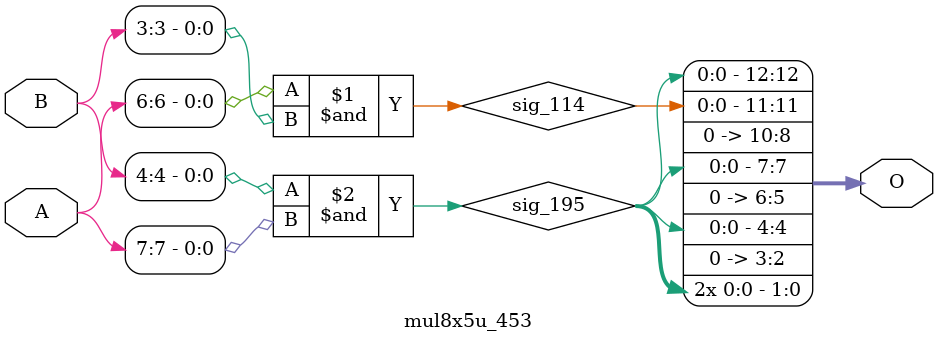
<source format=v>

/***
* This code is a part of EvoApproxLib library (ehw.fit.vutbr.cz/approxlib) distributed under The MIT License.
* When used, please cite the following article(s): V. Mrazek, L. Sekanina, Z. Vasicek "Libraries of Approximate Circuits: Automated Design and Application in CNN Accelerators" IEEE Journal on Emerging and Selected Topics in Circuits and Systems, Vol 10, No 4, 2020 
* This file contains a circuit from a sub-set of pareto optimal circuits with respect to the pwr and mse parameters
***/
// MAE% = 9.40 %
// MAE = 770 
// WCE% = 35.66 %
// WCE = 2921 
// WCRE% = 300.00 %
// EP% = 96.48 %
// MRE% = 68.94 %
// MSE = 972416 
// PDK45_PWR = 0.0006 mW
// PDK45_AREA = 4.7 um2
// PDK45_DELAY = 0.04 ns

module mul8x5u_453 (
    A,
    B,
    O
);

input [7:0] A;
input [4:0] B;
output [12:0] O;

wire sig_114,sig_195;

assign sig_114 = A[6] & B[3];
assign sig_195 = B[4] & A[7];

assign O[12] = sig_195;
assign O[11] = sig_114;
assign O[10] = 1'b0;
assign O[9] = 1'b0;
assign O[8] = 1'b0;
assign O[7] = sig_195;
assign O[6] = 1'b0;
assign O[5] = 1'b0;
assign O[4] = sig_195;
assign O[3] = 1'b0;
assign O[2] = 1'b0;
assign O[1] = sig_195;
assign O[0] = sig_195;

endmodule



</source>
